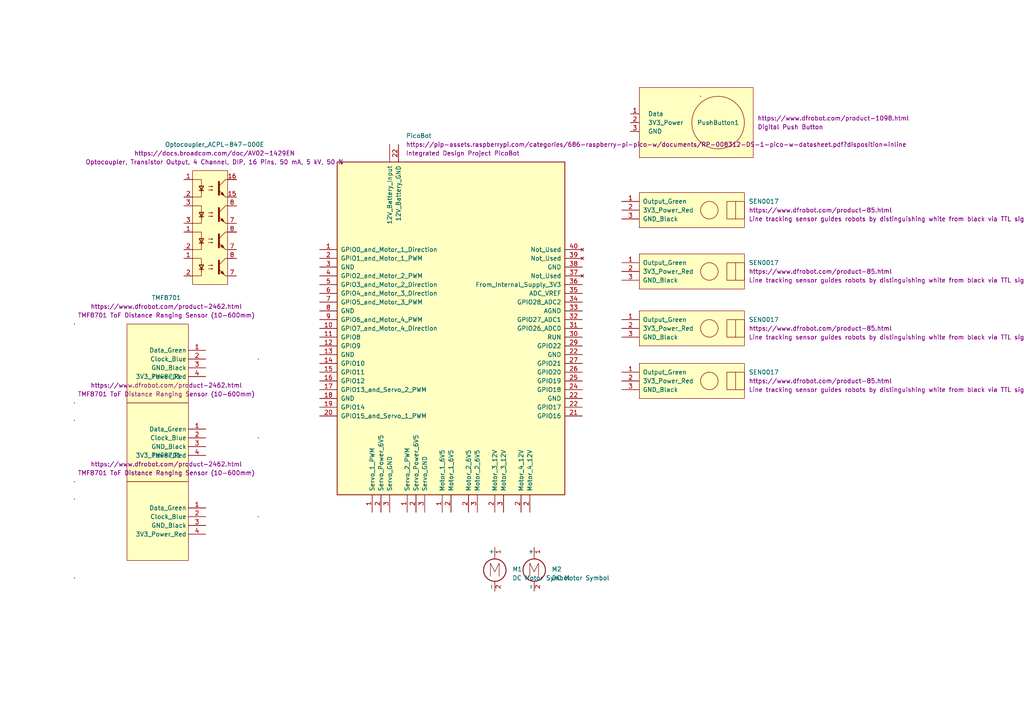
<source format=kicad_sch>
(kicad_sch (version 20250114) (generator "eeschema") (generator_version "9.0")
  (paper "A4")
  (lib_symbols
    (symbol "IDP_sample:DC Motor Symbol" (pin_names (offset 0))
      (property "Reference" "M" (at 2.54 2.54 0))
      (property "Value" "DC Motor Symbol" (at 2.54 -5.08 0))
      (symbol "DC Motor Symbol_0_0"
        (polyline (pts (xy -1.27 -3.302) (xy -1.27 0.508) (xy 0 -2.032) (xy 1.27 0.508) (xy 1.27 -3.302)))
      )
      (symbol "DC Motor Symbol_0_1"
        (polyline (pts (xy 0 2.032) (xy 0 2.54)))
        (polyline (pts (xy 0 1.7272) (xy 0 2.0828)))
        (circle (center 0 -1.524) (radius 3.2512) (stroke (width 0.254)))
        (polyline (pts (xy 0 -4.7752) (xy 0 -5.1816)))
        (polyline (pts (xy 0 -7.62) (xy 0 -7.112)))
      )
      (symbol "DC Motor Symbol_1_1"
        (pin passive line (at 0 5.08 270) (length 2.54) (name "+") (number "1"))
        (pin passive line (at 0 -7.62 90) (length 2.54) (name "-") (number "2"))
      )
    )
    (symbol "IDP_sample:Line_Sensor" (pin_names (offset 1))
      (property "Value" "SEN0017" (at 0 7.62 0))
      (property "Datasheet" "https://www.dfrobot.com/product-85.html" (at 2.54 -12.7 0))
      (property "Description" "Line tracking sensor guides robots by distinguishing white from black via TTL signal." (at 12.7 -15.24 0))
      (symbol "Line_Sensor_1_1"
        (rectangle (start -15.24 5.08) (end 15.24 -5.08) (fill (type background)))
        (circle (center 5.08 0) (radius 2.54))
        (polyline (pts (xy 12.7 2.54) (xy 12.7 -2.54)))
        (rectangle (start 15.24 2.54) (end 10.16 -2.54))
        (pin output line (at -20.32 2.54 0) (length 5.08) (name "Output_Green") (number "1"))
        (pin power_in line (at -20.32 0 0) (length 5.08) (name "3V3_Power_Red") (number "2"))
        (pin power_in line (at -20.32 -2.54 0) (length 5.08) (name "GND_Black") (number "3"))
      )
    )
    (symbol "IDP_sample:Optocoupler_DC_PhotoNPN_AKEC"
      (property "Value" "Optocoupler_ACPL-847-000E" (at -15.24 -20.32 0))
      (property "Datasheet" "https://docs.broadcom.com/doc/AV02-1429EN" (at -20.32 27.94 0))
      (property "Description" "Optocoupler, Transistor Output, 4 Channel, DIP, 16 Pins, 50 mA, 5 kV, 50 %" (at 2.54 20.32 0))
      (symbol "Optocoupler_DC_PhotoNPN_AKEC_0_1"
        (polyline (pts (xy -5.08 12.7) (xy -2.54 12.7) (xy -2.54 8.89) (xy -2.54 10.795)))
        (polyline (pts (xy -5.08 5.08) (xy -2.54 5.08) (xy -2.54 1.27) (xy -2.54 3.175)))
        (polyline (pts (xy -5.08 -2.54) (xy -2.54 -2.54) (xy -2.54 -6.35) (xy -2.54 -4.445)))
        (polyline (pts (xy -5.08 -10.16) (xy -2.54 -10.16) (xy -2.54 -13.97) (xy -2.54 -12.065)))
        (polyline (pts (xy -3.175 9.525) (xy -1.905 9.525)) (stroke (width 0.254)))
        (polyline (pts (xy -3.175 1.905) (xy -1.905 1.905)) (stroke (width 0.254)))
        (polyline (pts (xy -3.175 -5.715) (xy -1.905 -5.715)) (stroke (width 0.254)))
        (polyline (pts (xy -3.175 -13.335) (xy -1.905 -13.335)) (stroke (width 0.254)))
        (polyline (pts (xy -2.54 9.525) (xy -2.54 7.62) (xy -5.08 7.62)))
        (polyline (pts (xy -2.54 9.525) (xy -3.175 10.795) (xy -1.905 10.795) (xy -2.54 9.525)) (stroke (width 0.254)))
        (polyline (pts (xy -2.54 1.905) (xy -2.54 0) (xy -5.08 0)))
        (polyline (pts (xy -2.54 1.905) (xy -3.175 3.175) (xy -1.905 3.175) (xy -2.54 1.905)) (stroke (width 0.254)))
        (polyline (pts (xy -2.54 -5.715) (xy -2.54 -7.62) (xy -5.08 -7.62)))
        (polyline (pts (xy -2.54 -5.715) (xy -3.175 -4.445) (xy -1.905 -4.445) (xy -2.54 -5.715)) (stroke (width 0.254)))
        (polyline (pts (xy -2.54 -13.335) (xy -2.54 -15.24) (xy -5.08 -15.24)))
        (polyline (pts (xy -2.54 -13.335) (xy -3.175 -12.065) (xy -1.905 -12.065) (xy -2.54 -13.335)) (stroke (width 0.254)))
        (polyline (pts (xy -0.508 10.668) (xy 0.762 10.668) (xy 0.381 10.541) (xy 0.381 10.795) (xy 0.762 10.668)))
        (polyline (pts (xy -0.508 9.652) (xy 0.762 9.652) (xy 0.381 9.525) (xy 0.381 9.779) (xy 0.762 9.652)))
        (polyline (pts (xy -0.508 3.048) (xy 0.762 3.048) (xy 0.381 2.921) (xy 0.381 3.175) (xy 0.762 3.048)))
        (polyline (pts (xy -0.508 2.032) (xy 0.762 2.032) (xy 0.381 1.905) (xy 0.381 2.159) (xy 0.762 2.032)))
        (polyline (pts (xy -0.508 -4.572) (xy 0.762 -4.572) (xy 0.381 -4.699) (xy 0.381 -4.445) (xy 0.762 -4.572)))
        (polyline (pts (xy -0.508 -5.588) (xy 0.762 -5.588) (xy 0.381 -5.715) (xy 0.381 -5.461) (xy 0.762 -5.588)))
        (polyline (pts (xy -0.508 -12.192) (xy 0.762 -12.192) (xy 0.381 -12.319) (xy 0.381 -12.065) (xy 0.762 -12.192)))
        (polyline (pts (xy -0.508 -13.208) (xy 0.762 -13.208) (xy 0.381 -13.335) (xy 0.381 -13.081) (xy 0.762 -13.208)))
        (polyline (pts (xy 2.54 12.065) (xy 2.54 8.255)) (stroke (width 0.508)))
        (polyline (pts (xy 2.54 10.795) (xy 4.445 12.7)))
        (polyline (pts (xy 2.54 4.445) (xy 2.54 0.635)) (stroke (width 0.508)))
        (polyline (pts (xy 2.54 3.175) (xy 4.445 5.08)))
        (polyline (pts (xy 2.54 -3.175) (xy 2.54 -6.985)) (stroke (width 0.508)))
        (polyline (pts (xy 2.54 -4.445) (xy 4.445 -2.54)))
        (polyline (pts (xy 2.54 -10.795) (xy 2.54 -14.605)) (stroke (width 0.508)))
        (polyline (pts (xy 2.54 -12.065) (xy 4.445 -10.16)))
        (polyline (pts (xy 3.048 8.509) (xy 3.556 9.017) (xy 4.064 8.001) (xy 3.048 8.509)) (fill (type outline)))
        (polyline (pts (xy 3.048 0.889) (xy 3.556 1.397) (xy 4.064 0.381) (xy 3.048 0.889)) (fill (type outline)))
        (polyline (pts (xy 3.048 -6.731) (xy 3.556 -6.223) (xy 4.064 -7.239) (xy 3.048 -6.731)) (fill (type outline)))
        (polyline (pts (xy 3.048 -14.351) (xy 3.556 -13.843) (xy 4.064 -14.859) (xy 3.048 -14.351)) (fill (type outline)))
        (polyline (pts (xy 4.445 12.7) (xy 5.08 12.7)))
        (polyline (pts (xy 4.445 7.62) (xy 2.54 9.525)) (fill (type outline)))
        (polyline (pts (xy 4.445 7.62) (xy 5.08 7.62)))
        (polyline (pts (xy 4.445 5.08) (xy 5.08 5.08)))
        (polyline (pts (xy 4.445 0) (xy 2.54 1.905)) (fill (type outline)))
        (polyline (pts (xy 4.445 0) (xy 5.08 0)))
        (polyline (pts (xy 4.445 -2.54) (xy 5.08 -2.54)))
        (polyline (pts (xy 4.445 -7.62) (xy 2.54 -5.715)) (fill (type outline)))
        (polyline (pts (xy 4.445 -7.62) (xy 5.08 -7.62)))
        (polyline (pts (xy 4.445 -10.16) (xy 5.08 -10.16)))
        (polyline (pts (xy 4.445 -15.24) (xy 2.54 -13.335)) (fill (type outline)))
        (polyline (pts (xy 4.445 -15.24) (xy 5.08 -15.24)))
        (rectangle (start 5.08 12.7) (end 5.08 12.7))
        (rectangle (start 5.08 12.7) (end 5.08 12.7))
        (rectangle (start 5.08 5.08) (end 5.08 5.08))
        (rectangle (start 5.08 5.08) (end 5.08 5.08))
        (rectangle (start 5.08 5.08) (end 5.08 5.08))
        (rectangle (start 5.08 -2.54) (end 5.08 -2.54))
        (rectangle (start 5.08 -2.54) (end 5.08 -2.54))
        (rectangle (start 5.08 -10.16) (end 5.08 -10.16))
        (rectangle (start 5.08 -10.16) (end 5.08 -10.16))
        (rectangle (start 7.62 12.7) (end 5.08 12.7))
        (rectangle (start 7.62 12.7) (end 7.62 12.7))
        (rectangle (start 7.62 12.7) (end 7.62 12.7))
        (rectangle (start 7.62 5.08) (end 5.08 5.08))
        (rectangle (start 7.62 5.08) (end 7.62 5.08))
        (rectangle (start 7.62 5.08) (end 7.62 5.08))
        (rectangle (start 7.62 -2.54) (end 5.08 -2.54))
        (rectangle (start 7.62 -2.54) (end 7.62 -2.54))
        (rectangle (start 7.62 -2.54) (end 7.62 -2.54))
        (rectangle (start 7.62 -10.16) (end 5.08 -10.16))
        (rectangle (start 7.62 -10.16) (end 7.62 -10.16))
        (rectangle (start 7.62 -10.16) (end 7.62 -10.16))
      )
      (symbol "Optocoupler_DC_PhotoNPN_AKEC_1_1"
        (rectangle (start -5.08 15.24) (end 5.08 -17.78) (fill (type color) (color 255 255 194 1)))
        (pin passive line (at -7.62 12.7 0) (length 2.54) (name "~") (number "1"))
        (pin passive line (at -7.62 7.62 0) (length 2.54) (name "~") (number "2"))
        (pin passive line (at -7.62 5.08 0) (length 2.54) (name "~") (number "3"))
        (pin passive line (at -7.62 0 0) (length 2.54) (name "~") (number "3"))
        (pin passive line (at -7.62 -2.54 0) (length 2.54) (name "~") (number "1"))
        (pin passive line (at -7.62 -7.62 0) (length 2.54) (name "~") (number "2"))
        (pin passive line (at -7.62 -10.16 0) (length 2.54) (name "~") (number "1"))
        (pin passive line (at -7.62 -15.24 0) (length 2.54) (name "~") (number "2"))
        (pin passive line (at 7.62 12.7 180) (length 2.54) (name "~") (number "16"))
        (pin passive line (at 7.62 7.62 180) (length 2.54) (name "~") (number "15"))
        (pin passive line (at 7.62 5.08 180) (length 2.54) (name "~") (number "8"))
        (pin passive line (at 7.62 0 180) (length 2.54) (name "~") (number "7"))
        (pin passive line (at 7.62 -2.54 180) (length 2.54) (name "~") (number "8"))
        (pin passive line (at 7.62 -7.62 180) (length 2.54) (name "~") (number "7"))
        (pin passive line (at 7.62 -10.16 180) (length 2.54) (name "~") (number "8"))
        (pin passive line (at 7.62 -15.24 180) (length 2.54) (name "~") (number "7"))
      )
    )
    (symbol "IDP_sample:PicoBot" (pin_names (offset 1))
      (property "Value" "PicoBot" (at 78.74 -43.18 0))
      (property "Datasheet" "https://pip-assets.raspberrypi.com/categories/686-raspberry-pi-pico-w/documents/RP-008312-DS-1-pico-w-datasheet.pdf?disposition=inline" (at 2.54 -63.5 0))
      (property "Description" "Integrated Design Project PicoBot" (at 2.54 -66.04 0))
      (symbol "PicoBot_0_1"
        (rectangle (start -27.94 15.24) (end -27.94 15.24))
        (polyline (pts (xy -27.94 15.24) (xy -27.94 15.24)))
        (polyline (pts (xy -27.94 15.24) (xy -27.94 15.24)))
        (polyline (pts (xy -27.94 15.24) (xy -27.94 15.24)))
      )
      (symbol "PicoBot_1_1"
        (rectangle (start -33.02 53.34) (end 33.02 -43.18) (stroke (width 0.254)) (fill (type color) (color 255 255 194 1)))
        (pin bidirectional line (at -38.1 27.94 0) (length 5.08) (name "GPIO0_and_Motor_1_Direction") (number "1"))
        (pin bidirectional line (at -38.1 25.4 0) (length 5.08) (name "GPIO1_and_Motor_1_PWM") (number "2"))
        (pin power_out line (at -38.1 22.86 0) (length 5.08) (name "GND") (number "3"))
        (pin bidirectional line (at -38.1 20.32 0) (length 5.08) (name "GPIO2_and_Motor_2_PWM") (number "4"))
        (pin bidirectional line (at -38.1 17.78 0) (length 5.08) (name "GPIO3_and_Motor_2_Direction") (number "5"))
        (pin bidirectional line (at -38.1 15.24 0) (length 5.08) (name "GPIO4_and_Motor_3_Direction") (number "6"))
        (pin bidirectional line (at -38.1 12.7 0) (length 5.08) (name "GPIO5_and_Motor_3_PWM") (number "7"))
        (pin power_out line (at -38.1 10.16 0) (length 5.08) (name "GND") (number "8"))
        (pin bidirectional line (at -38.1 7.62 0) (length 5.08) (name "GPIO6_and_Motor_4_PWM") (number "9"))
        (pin bidirectional line (at -38.1 5.08 0) (length 5.08) (name "GPIO7_and_Motor_4_Direction") (number "10"))
        (pin bidirectional line (at -38.1 2.54 0) (length 5.08) (name "GPIO8") (number "11"))
        (pin bidirectional line (at -38.1 0 0) (length 5.08) (name "GPIO9") (number "12"))
        (pin power_out line (at -38.1 -2.54 0) (length 5.08) (name "GND") (number "13"))
        (pin bidirectional line (at -38.1 -5.08 0) (length 5.08) (name "GPIO10") (number "14"))
        (pin bidirectional line (at -38.1 -7.62 0) (length 5.08) (name "GPIO11") (number "15"))
        (pin bidirectional line (at -38.1 -10.16 0) (length 5.08) (name "GPIO12") (number "16"))
        (pin bidirectional line (at -38.1 -12.7 0) (length 5.08) (name "GPIO13_and_Servo_2_PWM") (number "17"))
        (pin power_out line (at -38.1 -15.24 0) (length 5.08) (name "GND") (number "18"))
        (pin bidirectional line (at -38.1 -17.78 0) (length 5.08) (name "GPIO14") (number "19"))
        (pin bidirectional line (at -38.1 -20.32 0) (length 5.08) (name "GPIO15_and_Servo_1_PWM") (number "20"))
        (pin output line (at -22.86 -48.26 90) (length 5.08) (name "Servo_1_PWM") (number "1"))
        (pin power_out line (at -20.32 -48.26 90) (length 5.08) (name "Servo_Power_6V5") (number "2"))
        (pin power_in line (at -17.78 58.42 270) (length 5.08) (name "12V_Battery_Input") (number ""))
        (pin power_out line (at -17.78 -48.26 90) (length 5.08) (name "Servo_GND") (number "3"))
        (pin power_out line (at -15.24 58.42 270) (length 5.08) (name "12V_Battery_GND") (number "22"))
        (pin output line (at -12.7 -48.26 90) (length 5.08) (name "Servo_2_PWM") (number "1"))
        (pin power_out line (at -10.16 -48.26 90) (length 5.08) (name "Servo_Power_6V5") (number "2"))
        (pin power_out line (at -7.62 -48.26 90) (length 5.08) (name "Servo_GND") (number "3"))
        (pin power_out line (at -2.54 -48.26 90) (length 5.08) (name "Motor_1_6V5") (number "1"))
        (pin power_out line (at 0 -48.26 90) (length 5.08) (name "Motor_1_6V5") (number "2"))
        (pin power_out line (at 5.08 -48.26 90) (length 5.08) (name "Motor_2_6V5") (number "2"))
        (pin power_out line (at 7.62 -48.26 90) (length 5.08) (name "Motor_2_6V5") (number "3"))
        (pin power_out line (at 12.7 -48.26 90) (length 5.08) (name "Motor_3_12V") (number "2"))
        (pin power_out line (at 15.24 -48.26 90) (length 5.08) (name "Motor_3_12V") (number "3"))
        (pin power_out line (at 20.32 -48.26 90) (length 5.08) (name "Motor_4_12V") (number "2"))
        (pin power_out line (at 22.86 -48.26 90) (length 5.08) (name "Motor_4_12V") (number "2"))
        (pin no_connect line (at 38.1 27.94 180) (length 5.08) (name "Not_Used") (number "40"))
        (pin no_connect line (at 38.1 25.4 180) (length 5.08) (name "Not_Used") (number "39"))
        (pin power_out line (at 38.1 22.86 180) (length 5.08) (name "GND") (number "38"))
        (pin no_connect line (at 38.1 20.32 180) (length 5.08) (name "Not_Used") (number "37"))
        (pin power_out line (at 38.1 17.78 180) (length 5.08) (name "From_Internal_Supply_3V3") (number "36"))
        (pin power_in line (at 38.1 15.24 180) (length 5.08) (name "ADC_VREF") (number "35"))
        (pin bidirectional line (at 38.1 12.7 180) (length 5.08) (name "GPIO28_ADC2") (number "34"))
        (pin power_out line (at 38.1 10.16 180) (length 5.08) (name "AGND") (number "33"))
        (pin bidirectional line (at 38.1 7.62 180) (length 5.08) (name "GPIO27_ADC1") (number "32"))
        (pin bidirectional line (at 38.1 5.08 180) (length 5.08) (name "GPIO26_ADC0") (number "31"))
        (pin passive line (at 38.1 2.54 180) (length 5.08) (name "RUN") (number "30"))
        (pin bidirectional line (at 38.1 0 180) (length 5.08) (name "GPIO22") (number "29"))
        (pin power_out line (at 38.1 -2.54 180) (length 5.08) (name "GND") (number "22"))
        (pin bidirectional line (at 38.1 -5.08 180) (length 5.08) (name "GPIO21") (number "27"))
        (pin bidirectional line (at 38.1 -7.62 180) (length 5.08) (name "GPIO20") (number "26"))
        (pin bidirectional line (at 38.1 -10.16 180) (length 5.08) (name "GPIO19") (number "25"))
        (pin bidirectional line (at 38.1 -12.7 180) (length 5.08) (name "GPIO18") (number "24"))
        (pin power_out line (at 38.1 -15.24 180) (length 5.08) (name "GND") (number "22"))
        (pin bidirectional line (at 38.1 -17.78 180) (length 5.08) (name "GPIO17") (number "22"))
        (pin bidirectional line (at 38.1 -20.32 180) (length 5.08) (name "GPIO16") (number "21"))
      )
    )
    (symbol "IDP_sample:Push_Button" (pin_names (offset 2.54))
      (property "Reference" "PushButton" (at 5.08 0 0))
      (property "Datasheet" "https://www.dfrobot.com/product-1098.html" (at 0 15.24 0))
      (property "Description" "Digital Push Button" (at 0 17.78 0))
      (symbol "Push_Button_1_1"
        (rectangle (start -17.78 10.16) (end 15.24 -10.16) (fill (type background)))
        (circle (center 0 7.62) (radius 0.0001))
        (circle (center 2.54 0) (radius 0.0001))
        (circle (center 5.08 0) (radius 7.62))
        (pin output line (at -20.32 2.54 0) (length 2.54) (name "Data") (number "1"))
        (pin power_in line (at -20.32 0 0) (length 2.54) (name "3V3_Power") (number "2"))
        (pin power_in line (at -20.32 -2.54 0) (length 2.54) (name "GND") (number "3"))
      )
    )
    (symbol "IDP_sample:TMF8701_Distance_Sensor"
      (property "Value" "TMF8701" (at 2.54 -15.24 0))
      (property "Datasheet" "https://www.dfrobot.com/product-2462.html" (at 2.54 -20.32 0))
      (property "Description" "TMF8701 ToF Distance Ranging Sensor (10-600mm)" (at 2.54 -22.86 0))
      (symbol "TMF8701_Distance_Sensor_0_1"
        (circle (center 27.94 -12.7) (radius 0.0001))
      )
      (symbol "TMF8701_Distance_Sensor_1_1"
        (circle (center -25.4 -2.54) (radius 0.0001))
        (rectangle (start 12.7 10.16) (end -5.08 -12.7) (fill (type background)))
        (circle (center 27.94 15.24) (radius 0.0001))
        (pin power_in line (at -10.16 2.54 0) (length 5.08) (name "3V3_Power_Red") (number "4"))
        (pin power_in line (at -10.16 0 0) (length 5.08) (name "GND_Black") (number "3"))
        (pin input line (at -10.16 -2.54 0) (length 5.08) (name "Clock_Blue") (number "2"))
        (pin bidirectional line (at -10.16 -5.08 0) (length 5.08) (name "Data_Green") (number "1"))
      )
    )
  )
  (symbol (lib_id "IDP_sample:TMF8701_Distance_Sensor") (at 49.53 129.54 180) (unit 1)
    (property "Reference" "Sensor6" (effects (hide yes)))
    (property "Value" "TMF8701" (at 48.26 109.22 0))
    (property "Datasheet" "https://www.dfrobot.com/product-2462.html" (at 48.26 111.76 0))
    (property "Description" "TMF8701 ToF Distance Ranging Sensor (10-600mm)" (at 48.26 114.3 0))
  )
  (symbol (lib_id "IDP_sample:Line_Sensor") (at 200.66 95.25 0) (unit 1)
    (property "Reference" "Sensor3" (effects (hide yes)))
    (property "Value" "SEN0017" (at 217.17 92.7099 0) (effects (justify left)))
    (property "Datasheet" "https://www.dfrobot.com/product-85.html" (at 217.17 95.2499 0) (effects (justify left)))
    (property "Description" "Line tracking sensor guides robots by distinguishing white from black via TTL signal." (at 217.17 97.7899 0) (effects (justify left)))
  )
  (symbol (lib_id "IDP_sample:Line_Sensor") (at 200.66 60.96 0) (unit 1)
    (property "Reference" "Sensor1" (effects (hide yes)))
    (property "Value" "SEN0017" (at 217.17 58.4199 0) (effects (justify left)))
    (property "Datasheet" "https://www.dfrobot.com/product-85.html" (at 217.17 60.9599 0) (effects (justify left)))
    (property "Description" "Line tracking sensor guides robots by distinguishing white from black via TTL signal." (at 217.17 63.4999 0) (effects (justify left)))
  )
  (symbol (lib_id "IDP_sample:Optocoupler_DC_PhotoNPN_AKEC") (at 60.96 64.77 0) (unit 1)
    (property "Reference" "Chip1" (effects (hide yes)))
    (property "Value" "Optocoupler_ACPL-847-000E" (at 62.23 41.91 0))
    (property "Datasheet" "https://docs.broadcom.com/doc/AV02-1429EN" (at 62.23 44.45 0))
    (property "Description" "Optocoupler, Transistor Output, 4 Channel, DIP, 16 Pins, 50 mA, 5 kV, 50 %" (at 62.23 46.99 0))
  )
  (symbol (lib_id "IDP_sample:TMF8701_Distance_Sensor") (at 49.53 106.68 180) (unit 1)
    (property "Reference" "Sensor5" (effects (hide yes)))
    (property "Value" "TMF8701" (at 48.26 86.36 0))
    (property "Datasheet" "https://www.dfrobot.com/product-2462.html" (at 48.26 88.9 0))
    (property "Description" "TMF8701 ToF Distance Ranging Sensor (10-600mm)" (at 48.26 91.44 0))
  )
  (symbol (lib_id "IDP_sample:DC Motor Symbol") (at 154.94 163.83 0) (unit 1)
    (property "Reference" "M2" (at 160.02 165.0999 0) (effects (justify left)))
    (property "Value" "DC Motor Symbol" (at 160.02 167.6399 0) (effects (justify left)))
    (property "Description" "DC Motor" (effects (hide yes)))
  )
  (symbol (lib_id "IDP_sample:Line_Sensor") (at 200.66 110.49 0) (unit 1)
    (property "Reference" "Sensor4" (effects (hide yes)))
    (property "Value" "SEN0017" (at 217.17 107.9499 0) (effects (justify left)))
    (property "Datasheet" "https://www.dfrobot.com/product-85.html" (at 217.17 110.4899 0) (effects (justify left)))
    (property "Description" "Line tracking sensor guides robots by distinguishing white from black via TTL signal." (at 217.17 113.0299 0) (effects (justify left)))
  )
  (symbol (lib_id "IDP_sample:Line_Sensor") (at 200.66 78.74 0) (unit 1)
    (property "Reference" "Sensor2" (effects (hide yes)))
    (property "Value" "SEN0017" (at 217.17 76.1999 0) (effects (justify left)))
    (property "Datasheet" "https://www.dfrobot.com/product-85.html" (at 217.17 78.7399 0) (effects (justify left)))
    (property "Description" "Line tracking sensor guides robots by distinguishing white from black via TTL signal." (at 217.17 81.2799 0) (effects (justify left)))
  )
  (symbol (lib_id "IDP_sample:TMF8701_Distance_Sensor") (at 49.53 152.4 180) (unit 1)
    (property "Reference" "Sensor7" (effects (hide yes)))
    (property "Value" "TMF8701" (at 48.26 132.08 0))
    (property "Datasheet" "https://www.dfrobot.com/product-2462.html" (at 48.26 134.62 0))
    (property "Description" "TMF8701 ToF Distance Ranging Sensor (10-600mm)" (at 48.26 137.16 0))
  )
  (symbol (lib_id "IDP_sample:DC Motor Symbol") (at 143.51 163.83 0) (unit 1)
    (property "Reference" "M1" (at 148.59 165.0999 0) (effects (justify left)))
    (property "Value" "DC Motor Symbol" (at 148.59 167.6399 0) (effects (justify left)))
    (property "Description" "DC Motor" (effects (hide yes)))
  )
  (symbol (lib_id "IDP_sample:Push_Button") (at 203.2 35.56 0) (unit 1)
    (property "Reference" "PushButton1" (at 208.28 35.56 0))
    (property "Datasheet" "https://www.dfrobot.com/product-1098.html" (at 219.71 34.2899 0) (effects (justify left)))
    (property "Description" "Digital Push Button" (at 219.71 36.8299 0) (effects (justify left)))
  )
  (symbol (lib_id "IDP_sample:PicoBot") (at 130.81 100.33 0) (unit 1)
    (property "Reference" "A1" (effects (hide yes)))
    (property "Value" "PicoBot" (at 117.7133 39.37 0) (effects (justify left)))
    (property "Datasheet" "https://pip-assets.raspberrypi.com/categories/686-raspberry-pi-pico-w/documents/RP-008312-DS-1-pico-w-datasheet.pdf?disposition=inline" (at 117.7133 41.91 0) (effects (justify left)))
    (property "Description" "Integrated Design Project PicoBot" (at 117.7133 44.45 0) (effects (justify left)))
  )
)
</source>
